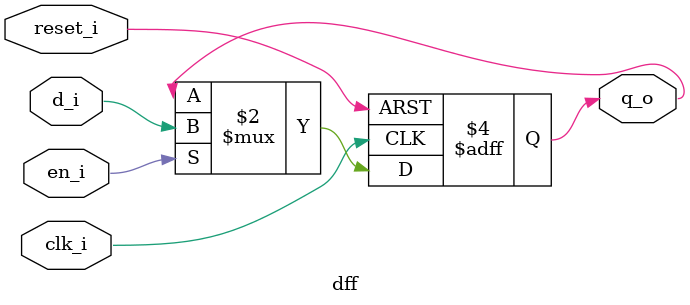
<source format=sv>
/* Generated by Yosys 0.57 (git sha1 3aca86049e79a165932e3e7660358376f45acaed, clang++ 17.0.0 -fPIC -O3) */

(* hdlname = "dff" *)
(* src = "dff.sv:2.1-16.10" *)
module dff(clk_i, reset_i, d_i, en_i, q_o);
  (* src = "dff.sv:3.10-3.15" *)
  input clk_i;
  wire clk_i;
  (* src = "dff.sv:4.10-4.17" *)
  input reset_i;
  wire reset_i;
  (* src = "dff.sv:5.15-5.18" *)
  input d_i;
  wire d_i;
  (* src = "dff.sv:6.15-6.19" *)
  input en_i;
  wire en_i;
  (* src = "dff.sv:7.16-7.19" *)
  output q_o;
  reg q_o;
  (* \always_ff  = 32'd1 *)
  (* src = "dff.sv:9.3-15.6" *)
  always @(posedge clk_i, posedge reset_i)
    if (reset_i) q_o <= 1'h0;
    else if (en_i) q_o <= d_i;
endmodule

</source>
